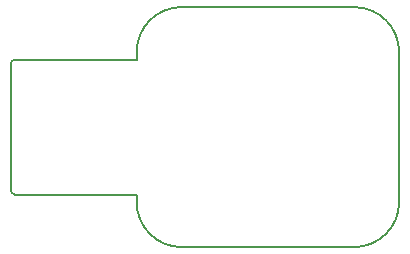
<source format=gm1>
G04 #@! TF.FileFunction,Profile,NP*
%FSLAX46Y46*%
G04 Gerber Fmt 4.6, Leading zero omitted, Abs format (unit mm)*
G04 Created by KiCad (PCBNEW 4.0.7) date 07/18/19 16:35:03*
%MOMM*%
%LPD*%
G01*
G04 APERTURE LIST*
%ADD10C,0.100000*%
%ADD11C,0.150000*%
G04 APERTURE END LIST*
D10*
D11*
X144653000Y-113665000D02*
X154940000Y-113665000D01*
X144272000Y-113284000D02*
G75*
G03X144653000Y-113665000I381000J0D01*
G01*
X144272000Y-102616000D02*
X144272000Y-113284000D01*
X154940000Y-102235000D02*
X144653000Y-102235000D01*
X144653000Y-102235000D02*
G75*
G03X144272000Y-102616000I0J-381000D01*
G01*
X154940000Y-113665000D02*
X154940000Y-114300000D01*
X154940000Y-102235000D02*
X154940000Y-101600000D01*
X158750000Y-97790000D02*
X173355000Y-97790000D01*
X158750000Y-118110000D02*
X173355000Y-118110000D01*
X177165000Y-101600000D02*
X177165000Y-114300000D01*
X173355000Y-118110000D02*
G75*
G03X177165000Y-114300000I0J3810000D01*
G01*
X177165000Y-101600000D02*
G75*
G03X173355000Y-97790000I-3810000J0D01*
G01*
X154940000Y-114300000D02*
G75*
G03X158750000Y-118110000I3810000J0D01*
G01*
X158750000Y-97790000D02*
G75*
G03X154940000Y-101600000I0J-3810000D01*
G01*
M02*

</source>
